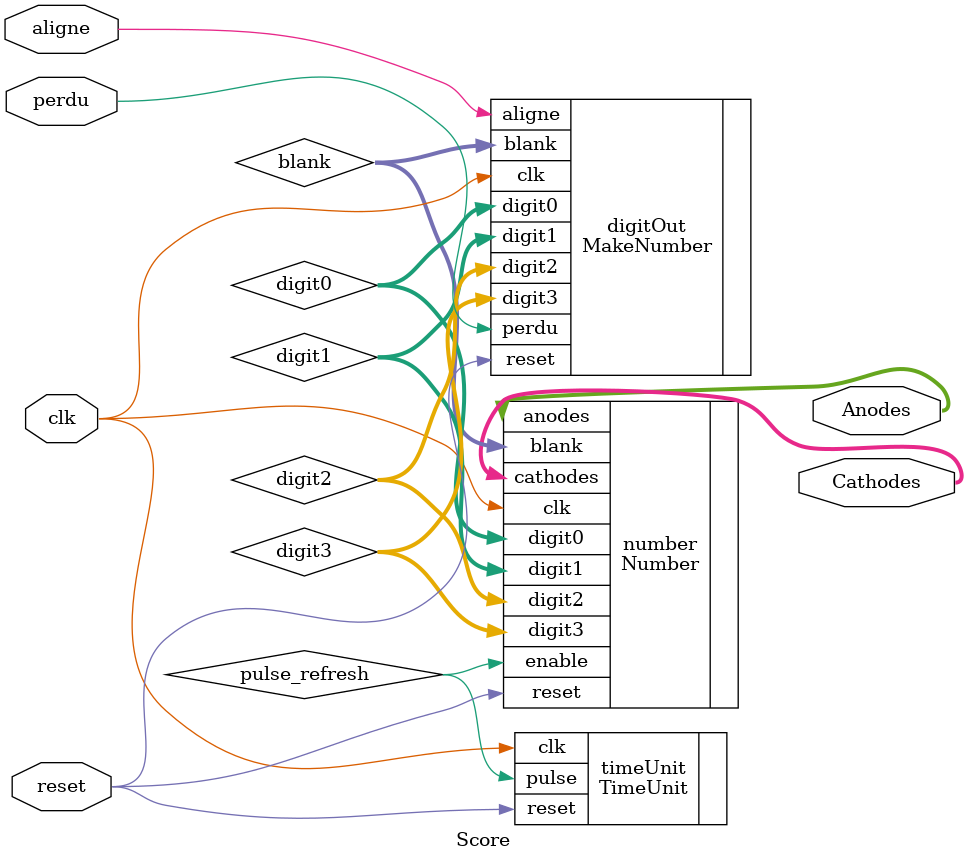
<source format=v>
`timescale 1ns / 1ps
module Score(
    input aligne,
    input perdu,
    input reset,
    input clk,
    output [6:0] Cathodes,
    output [3:0] Anodes
    );
	 
	wire pulse_refresh ;
	wire[3:0] digit3, digit2, digit1, digit0,blank;
	
	MakeNumber digitOut(.clk(clk),.reset(reset),.aligne(aligne),.perdu(perdu),.digit0(digit0),.digit1(digit1),
		.digit2(digit2),.digit3(digit3),.blank(blank));
	
	 TimeUnit timeUnit(.clk(clk),.reset(reset),.pulse(pulse_refresh));
   
	 Number number(.clk(clk),.reset(reset),.enable(pulse_refresh),.digit0(digit0),
						.digit1(digit1),.digit2(digit2),.digit3(digit3),.blank(blank),.anodes(Anodes),.cathodes(Cathodes));


endmodule

</source>
